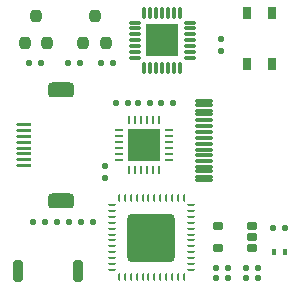
<source format=gtp>
G04*
G04 #@! TF.GenerationSoftware,Altium Limited,Altium Designer,20.0.13 (296)*
G04*
G04 Layer_Color=8421504*
%FSLAX25Y25*%
%MOIN*%
G70*
G01*
G75*
%ADD17R,0.01575X0.01968*%
%ADD18R,0.02756X0.03937*%
G04:AMPARAMS|DCode=19|XSize=59.06mil|YSize=11.81mil|CornerRadius=2.95mil|HoleSize=0mil|Usage=FLASHONLY|Rotation=180.000|XOffset=0mil|YOffset=0mil|HoleType=Round|Shape=RoundedRectangle|*
%AMROUNDEDRECTD19*
21,1,0.05906,0.00591,0,0,180.0*
21,1,0.05315,0.01181,0,0,180.0*
1,1,0.00591,-0.02657,0.00295*
1,1,0.00591,0.02657,0.00295*
1,1,0.00591,0.02657,-0.00295*
1,1,0.00591,-0.02657,-0.00295*
%
%ADD19ROUNDEDRECTD19*%
G04:AMPARAMS|DCode=20|XSize=160mil|YSize=160mil|CornerRadius=16mil|HoleSize=0mil|Usage=FLASHONLY|Rotation=90.000|XOffset=0mil|YOffset=0mil|HoleType=Round|Shape=RoundedRectangle|*
%AMROUNDEDRECTD20*
21,1,0.16000,0.12800,0,0,90.0*
21,1,0.12800,0.16000,0,0,90.0*
1,1,0.03200,0.06400,0.06400*
1,1,0.03200,0.06400,-0.06400*
1,1,0.03200,-0.06400,-0.06400*
1,1,0.03200,-0.06400,0.06400*
%
%ADD20ROUNDEDRECTD20*%
G04:AMPARAMS|DCode=21|XSize=26.57mil|YSize=9.84mil|CornerRadius=2.46mil|HoleSize=0mil|Usage=FLASHONLY|Rotation=90.000|XOffset=0mil|YOffset=0mil|HoleType=Round|Shape=RoundedRectangle|*
%AMROUNDEDRECTD21*
21,1,0.02657,0.00492,0,0,90.0*
21,1,0.02165,0.00984,0,0,90.0*
1,1,0.00492,0.00246,0.01083*
1,1,0.00492,0.00246,-0.01083*
1,1,0.00492,-0.00246,-0.01083*
1,1,0.00492,-0.00246,0.01083*
%
%ADD21ROUNDEDRECTD21*%
G04:AMPARAMS|DCode=22|XSize=26.57mil|YSize=9.84mil|CornerRadius=2.46mil|HoleSize=0mil|Usage=FLASHONLY|Rotation=180.000|XOffset=0mil|YOffset=0mil|HoleType=Round|Shape=RoundedRectangle|*
%AMROUNDEDRECTD22*
21,1,0.02657,0.00492,0,0,180.0*
21,1,0.02165,0.00984,0,0,180.0*
1,1,0.00492,-0.01083,0.00246*
1,1,0.00492,0.01083,0.00246*
1,1,0.00492,0.01083,-0.00246*
1,1,0.00492,-0.01083,-0.00246*
%
%ADD22ROUNDEDRECTD22*%
G04:AMPARAMS|DCode=23|XSize=20mil|YSize=20mil|CornerRadius=5mil|HoleSize=0mil|Usage=FLASHONLY|Rotation=270.000|XOffset=0mil|YOffset=0mil|HoleType=Round|Shape=RoundedRectangle|*
%AMROUNDEDRECTD23*
21,1,0.02000,0.01000,0,0,270.0*
21,1,0.01000,0.02000,0,0,270.0*
1,1,0.01000,-0.00500,-0.00500*
1,1,0.01000,-0.00500,0.00500*
1,1,0.01000,0.00500,0.00500*
1,1,0.01000,0.00500,-0.00500*
%
%ADD23ROUNDEDRECTD23*%
G04:AMPARAMS|DCode=24|XSize=86mil|YSize=50mil|CornerRadius=12.5mil|HoleSize=0mil|Usage=FLASHONLY|Rotation=0.000|XOffset=0mil|YOffset=0mil|HoleType=Round|Shape=RoundedRectangle|*
%AMROUNDEDRECTD24*
21,1,0.08600,0.02500,0,0,0.0*
21,1,0.06100,0.05000,0,0,0.0*
1,1,0.02500,0.03050,-0.01250*
1,1,0.02500,-0.03050,-0.01250*
1,1,0.02500,-0.03050,0.01250*
1,1,0.02500,0.03050,0.01250*
%
%ADD24ROUNDEDRECTD24*%
G04:AMPARAMS|DCode=25|XSize=50mil|YSize=10mil|CornerRadius=2.5mil|HoleSize=0mil|Usage=FLASHONLY|Rotation=180.000|XOffset=0mil|YOffset=0mil|HoleType=Round|Shape=RoundedRectangle|*
%AMROUNDEDRECTD25*
21,1,0.05000,0.00500,0,0,180.0*
21,1,0.04500,0.01000,0,0,180.0*
1,1,0.00500,-0.02250,0.00250*
1,1,0.00500,0.02250,0.00250*
1,1,0.00500,0.02250,-0.00250*
1,1,0.00500,-0.02250,-0.00250*
%
%ADD25ROUNDEDRECTD25*%
G04:AMPARAMS|DCode=26|XSize=12mil|YSize=38mil|CornerRadius=3mil|HoleSize=0mil|Usage=FLASHONLY|Rotation=0.000|XOffset=0mil|YOffset=0mil|HoleType=Round|Shape=RoundedRectangle|*
%AMROUNDEDRECTD26*
21,1,0.01200,0.03200,0,0,0.0*
21,1,0.00600,0.03800,0,0,0.0*
1,1,0.00600,0.00300,-0.01600*
1,1,0.00600,-0.00300,-0.01600*
1,1,0.00600,-0.00300,0.01600*
1,1,0.00600,0.00300,0.01600*
%
%ADD26ROUNDEDRECTD26*%
G04:AMPARAMS|DCode=27|XSize=12mil|YSize=38mil|CornerRadius=3mil|HoleSize=0mil|Usage=FLASHONLY|Rotation=270.000|XOffset=0mil|YOffset=0mil|HoleType=Round|Shape=RoundedRectangle|*
%AMROUNDEDRECTD27*
21,1,0.01200,0.03200,0,0,270.0*
21,1,0.00600,0.03800,0,0,270.0*
1,1,0.00600,-0.01600,-0.00300*
1,1,0.00600,-0.01600,0.00300*
1,1,0.00600,0.01600,0.00300*
1,1,0.00600,0.01600,-0.00300*
%
%ADD27ROUNDEDRECTD27*%
%ADD28R,0.11024X0.10630*%
G04:AMPARAMS|DCode=29|XSize=20mil|YSize=20mil|CornerRadius=5mil|HoleSize=0mil|Usage=FLASHONLY|Rotation=180.000|XOffset=0mil|YOffset=0mil|HoleType=Round|Shape=RoundedRectangle|*
%AMROUNDEDRECTD29*
21,1,0.02000,0.01000,0,0,180.0*
21,1,0.01000,0.02000,0,0,180.0*
1,1,0.01000,-0.00500,0.00500*
1,1,0.01000,0.00500,0.00500*
1,1,0.01000,0.00500,-0.00500*
1,1,0.01000,-0.00500,-0.00500*
%
%ADD29ROUNDEDRECTD29*%
G04:AMPARAMS|DCode=30|XSize=23.62mil|YSize=35mil|CornerRadius=5.91mil|HoleSize=0mil|Usage=FLASHONLY|Rotation=270.000|XOffset=0mil|YOffset=0mil|HoleType=Round|Shape=RoundedRectangle|*
%AMROUNDEDRECTD30*
21,1,0.02362,0.02319,0,0,270.0*
21,1,0.01181,0.03500,0,0,270.0*
1,1,0.01181,-0.01159,-0.00591*
1,1,0.01181,-0.01159,0.00591*
1,1,0.01181,0.01159,0.00591*
1,1,0.01181,0.01159,-0.00591*
%
%ADD30ROUNDEDRECTD30*%
G04:AMPARAMS|DCode=31|XSize=37.4mil|YSize=39.37mil|CornerRadius=9.35mil|HoleSize=0mil|Usage=FLASHONLY|Rotation=0.000|XOffset=0mil|YOffset=0mil|HoleType=Round|Shape=RoundedRectangle|*
%AMROUNDEDRECTD31*
21,1,0.03740,0.02067,0,0,0.0*
21,1,0.01870,0.03937,0,0,0.0*
1,1,0.01870,0.00935,-0.01034*
1,1,0.01870,-0.00935,-0.01034*
1,1,0.01870,-0.00935,0.01034*
1,1,0.01870,0.00935,0.01034*
%
%ADD31ROUNDEDRECTD31*%
G04:AMPARAMS|DCode=32|XSize=31.5mil|YSize=70.87mil|CornerRadius=7.87mil|HoleSize=0mil|Usage=FLASHONLY|Rotation=180.000|XOffset=0mil|YOffset=0mil|HoleType=Round|Shape=RoundedRectangle|*
%AMROUNDEDRECTD32*
21,1,0.03150,0.05512,0,0,180.0*
21,1,0.01575,0.07087,0,0,180.0*
1,1,0.01575,-0.00787,0.02756*
1,1,0.01575,0.00787,0.02756*
1,1,0.01575,0.00787,-0.02756*
1,1,0.01575,-0.00787,-0.02756*
%
%ADD32ROUNDEDRECTD32*%
%ADD33O,0.00984X0.02756*%
%ADD34O,0.02756X0.00984*%
D17*
X113229Y16000D02*
D03*
X116772Y16000D02*
D03*
D18*
X104268Y78535D02*
D03*
Y95464D02*
D03*
X112733Y78535D02*
D03*
Y95464D02*
D03*
D19*
X90079Y66189D02*
D03*
Y65008D02*
D03*
Y63039D02*
D03*
Y61858D02*
D03*
Y59890D02*
D03*
Y57921D02*
D03*
Y55953D02*
D03*
Y53984D02*
D03*
Y52016D02*
D03*
Y50047D02*
D03*
Y48079D02*
D03*
Y46110D02*
D03*
Y44142D02*
D03*
Y42961D02*
D03*
Y40992D02*
D03*
Y39811D02*
D03*
D20*
X72390Y20738D02*
D03*
D21*
X61563Y7500D02*
D03*
X63532D02*
D03*
X65500D02*
D03*
X67469D02*
D03*
X69437D02*
D03*
X71406D02*
D03*
X73374D02*
D03*
X75343D02*
D03*
X77311D02*
D03*
X79280D02*
D03*
X81248D02*
D03*
X83217D02*
D03*
Y33976D02*
D03*
X81248D02*
D03*
X79280D02*
D03*
X77311D02*
D03*
X75343D02*
D03*
X73374D02*
D03*
X71406D02*
D03*
X69437D02*
D03*
X67469D02*
D03*
X65500D02*
D03*
X63532D02*
D03*
X61563D02*
D03*
D22*
X85628Y9911D02*
D03*
Y11880D02*
D03*
Y13848D02*
D03*
Y15817D02*
D03*
Y17785D02*
D03*
Y19754D02*
D03*
Y21723D02*
D03*
Y23691D02*
D03*
Y25659D02*
D03*
Y27628D02*
D03*
Y29596D02*
D03*
Y31565D02*
D03*
X59152D02*
D03*
Y29596D02*
D03*
Y27628D02*
D03*
Y25659D02*
D03*
Y23691D02*
D03*
Y21723D02*
D03*
Y19754D02*
D03*
Y17785D02*
D03*
Y15817D02*
D03*
Y13848D02*
D03*
Y11880D02*
D03*
Y9911D02*
D03*
D23*
X94000Y7100D02*
D03*
X98000D02*
D03*
X103800Y10600D02*
D03*
X107800D02*
D03*
X103800Y7100D02*
D03*
X107800D02*
D03*
X94000Y10600D02*
D03*
X98000D02*
D03*
X113000Y24000D02*
D03*
X117000D02*
D03*
X53000Y26000D02*
D03*
X49000D02*
D03*
X55500Y79000D02*
D03*
X59500D02*
D03*
X44500D02*
D03*
X48500D02*
D03*
X35500D02*
D03*
X31500D02*
D03*
X41000Y26000D02*
D03*
X45000D02*
D03*
X33000D02*
D03*
X37000D02*
D03*
X79500Y65500D02*
D03*
X75500D02*
D03*
X68000D02*
D03*
X72000D02*
D03*
X64500D02*
D03*
X60500D02*
D03*
D24*
X42400Y69953D02*
D03*
Y32827D02*
D03*
D25*
X30000Y58279D02*
D03*
Y56311D02*
D03*
Y54342D02*
D03*
Y52374D02*
D03*
Y50405D02*
D03*
Y48437D02*
D03*
Y46468D02*
D03*
Y44500D02*
D03*
D26*
X70095Y77350D02*
D03*
X72063D02*
D03*
X74032D02*
D03*
X76000D02*
D03*
X77969D02*
D03*
X79937D02*
D03*
X81906D02*
D03*
Y95650D02*
D03*
X79937D02*
D03*
X77969D02*
D03*
X76000D02*
D03*
X74032D02*
D03*
X72063D02*
D03*
X70095D02*
D03*
D27*
X85150Y80594D02*
D03*
Y82563D02*
D03*
Y84531D02*
D03*
Y86500D02*
D03*
Y88468D02*
D03*
Y90437D02*
D03*
Y92405D02*
D03*
X66850D02*
D03*
Y90437D02*
D03*
Y88468D02*
D03*
Y86500D02*
D03*
Y84531D02*
D03*
Y82563D02*
D03*
Y80594D02*
D03*
D28*
X76000Y86500D02*
D03*
X70000Y51500D02*
D03*
D29*
X95500Y87000D02*
D03*
Y83000D02*
D03*
X57000Y40500D02*
D03*
Y44500D02*
D03*
D30*
X106000Y24740D02*
D03*
Y21000D02*
D03*
Y17260D02*
D03*
X94600D02*
D03*
Y24740D02*
D03*
D31*
X30260Y85571D02*
D03*
X37740D02*
D03*
X34000Y94429D02*
D03*
X49760Y85571D02*
D03*
X57240D02*
D03*
X53500Y94429D02*
D03*
D32*
X27909Y9500D02*
D03*
X48000D02*
D03*
D33*
X74921Y43232D02*
D03*
X72953D02*
D03*
X70984D02*
D03*
X69016D02*
D03*
X67047D02*
D03*
X65079D02*
D03*
Y59768D02*
D03*
X67047D02*
D03*
X69016D02*
D03*
X70984D02*
D03*
X72953D02*
D03*
X74921D02*
D03*
D34*
X61732Y46579D02*
D03*
Y48547D02*
D03*
Y50516D02*
D03*
Y52484D02*
D03*
Y54453D02*
D03*
Y56421D02*
D03*
X78268D02*
D03*
Y54453D02*
D03*
Y52484D02*
D03*
Y50516D02*
D03*
Y48547D02*
D03*
Y46579D02*
D03*
M02*

</source>
